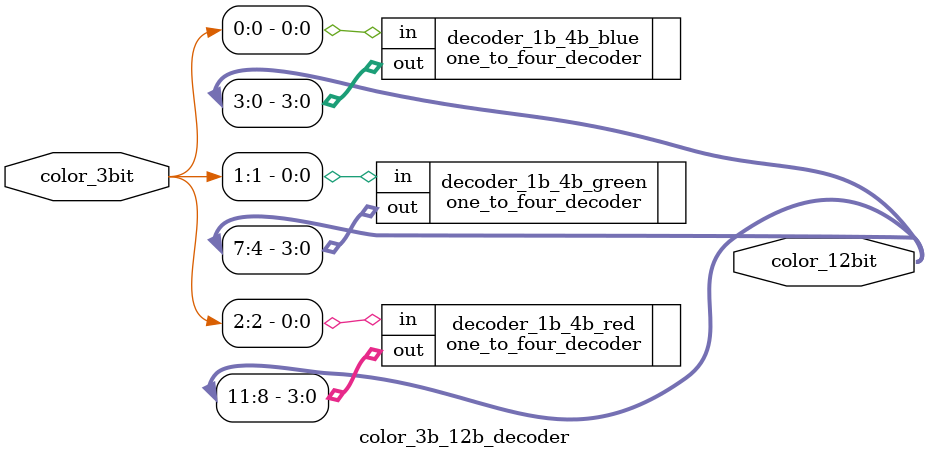
<source format=v>
module color_3b_12b_decoder
(
	input wire  [2:0]  color_3bit,		/// 3-bit RGB signal
	output wire [11:0] color_12bit		/// 12-bit RGB signal
);

	one_to_four_decoder decoder_1b_4b_red
	(
		.in(color_3bit[2])
		, .out(color_12bit[11:8])
	);
	
	one_to_four_decoder decoder_1b_4b_green
	(
		.in(color_3bit[1])
		, .out(color_12bit[7:4])
	);
	
	one_to_four_decoder decoder_1b_4b_blue
	(
		.in(color_3bit[0])
		, .out(color_12bit[3:0])
	);
	
endmodule

</source>
